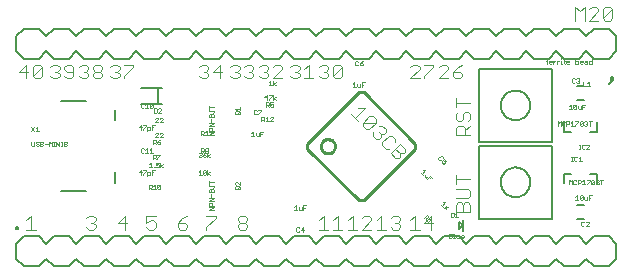
<source format=gto>
G75*
G70*
%OFA0B0*%
%FSLAX24Y24*%
%IPPOS*%
%LPD*%
%AMOC8*
5,1,8,0,0,1.08239X$1,22.5*
%
%ADD10C,0.0040*%
%ADD11C,0.0010*%
%ADD12C,0.0080*%
%ADD13C,0.0060*%
%ADD14C,0.0100*%
%ADD15C,0.0050*%
D10*
X000814Y001401D02*
X001121Y001401D01*
X000967Y001401D02*
X000967Y001862D01*
X000814Y001708D01*
X002814Y001785D02*
X002890Y001862D01*
X003044Y001862D01*
X003121Y001785D01*
X003121Y001708D01*
X003044Y001632D01*
X003121Y001555D01*
X003121Y001478D01*
X003044Y001401D01*
X002890Y001401D01*
X002814Y001478D01*
X002967Y001632D02*
X003044Y001632D01*
X003854Y001632D02*
X004161Y001632D01*
X004084Y001862D02*
X003854Y001632D01*
X004084Y001401D02*
X004084Y001862D01*
X004814Y001862D02*
X004814Y001632D01*
X004967Y001708D01*
X005044Y001708D01*
X005121Y001632D01*
X005121Y001478D01*
X005044Y001401D01*
X004890Y001401D01*
X004814Y001478D01*
X004814Y001862D02*
X005121Y001862D01*
X005854Y001632D02*
X005854Y001478D01*
X005930Y001401D01*
X006084Y001401D01*
X006161Y001478D01*
X006161Y001555D01*
X006084Y001632D01*
X005854Y001632D01*
X006007Y001785D01*
X006161Y001862D01*
X006814Y001862D02*
X007121Y001862D01*
X007121Y001785D01*
X006814Y001478D01*
X006814Y001401D01*
X007854Y001478D02*
X007854Y001555D01*
X007930Y001632D01*
X008084Y001632D01*
X008161Y001555D01*
X008161Y001478D01*
X008084Y001401D01*
X007930Y001401D01*
X007854Y001478D01*
X007930Y001632D02*
X007854Y001708D01*
X007854Y001785D01*
X007930Y001862D01*
X008084Y001862D01*
X008161Y001785D01*
X008161Y001708D01*
X008084Y001632D01*
X010574Y001708D02*
X010727Y001862D01*
X010727Y001401D01*
X010574Y001401D02*
X010881Y001401D01*
X011034Y001401D02*
X011341Y001401D01*
X011187Y001401D02*
X011187Y001862D01*
X011034Y001708D01*
X011534Y001708D02*
X011687Y001862D01*
X011687Y001401D01*
X011534Y001401D02*
X011841Y001401D01*
X011994Y001401D02*
X012301Y001708D01*
X012301Y001785D01*
X012224Y001862D01*
X012071Y001862D01*
X011994Y001785D01*
X012494Y001708D02*
X012647Y001862D01*
X012647Y001401D01*
X012494Y001401D02*
X012801Y001401D01*
X012954Y001478D02*
X013031Y001401D01*
X013184Y001401D01*
X013261Y001478D01*
X013261Y001555D01*
X013184Y001632D01*
X013107Y001632D01*
X013184Y001632D02*
X013261Y001708D01*
X013261Y001785D01*
X013184Y001862D01*
X013031Y001862D01*
X012954Y001785D01*
X013614Y001708D02*
X013767Y001862D01*
X013767Y001401D01*
X013614Y001401D02*
X013921Y001401D01*
X014074Y001632D02*
X014381Y001632D01*
X014304Y001862D02*
X014304Y001401D01*
X014074Y001632D02*
X014304Y001862D01*
X015133Y002001D02*
X015133Y002232D01*
X015210Y002308D01*
X015287Y002308D01*
X015364Y002232D01*
X015364Y002001D01*
X015594Y002001D02*
X015133Y002001D01*
X015594Y002001D02*
X015594Y002232D01*
X015517Y002308D01*
X015440Y002308D01*
X015364Y002232D01*
X015517Y002462D02*
X015133Y002462D01*
X015517Y002462D02*
X015594Y002538D01*
X015594Y002692D01*
X015517Y002769D01*
X015133Y002769D01*
X015133Y002922D02*
X015133Y003229D01*
X015133Y003076D02*
X015594Y003076D01*
X013439Y003994D02*
X013384Y003940D01*
X013276Y003940D01*
X013113Y004103D01*
X013276Y004265D02*
X012950Y003940D01*
X013113Y003777D01*
X013222Y003777D01*
X013276Y003831D01*
X013276Y003940D01*
X013439Y003994D02*
X013439Y004103D01*
X013276Y004265D01*
X013113Y004320D02*
X013113Y004428D01*
X013005Y004537D01*
X012896Y004537D01*
X012679Y004320D01*
X012679Y004211D01*
X012788Y004103D01*
X012896Y004103D01*
X012571Y004428D02*
X012462Y004428D01*
X012354Y004537D01*
X012354Y004645D01*
X012245Y004754D02*
X012137Y004754D01*
X012028Y004862D01*
X012028Y004971D01*
X012462Y004971D01*
X012245Y004754D01*
X012571Y004862D02*
X012679Y004862D01*
X012788Y004754D01*
X012788Y004645D01*
X012733Y004591D01*
X012625Y004591D01*
X012625Y004482D01*
X012571Y004428D01*
X012625Y004591D02*
X012571Y004645D01*
X012462Y004971D02*
X012462Y005079D01*
X012354Y005188D01*
X012245Y005188D01*
X012028Y004971D01*
X011865Y005025D02*
X011648Y005242D01*
X011757Y005134D02*
X012082Y005459D01*
X011865Y005459D01*
X011264Y006441D02*
X011111Y006441D01*
X011034Y006518D01*
X011341Y006825D01*
X011341Y006518D01*
X011264Y006441D01*
X011034Y006518D02*
X011034Y006825D01*
X011111Y006902D01*
X011264Y006902D01*
X011341Y006825D01*
X010881Y006825D02*
X010881Y006748D01*
X010804Y006672D01*
X010881Y006595D01*
X010881Y006518D01*
X010804Y006441D01*
X010650Y006441D01*
X010574Y006518D01*
X010381Y006441D02*
X010074Y006441D01*
X010227Y006441D02*
X010227Y006902D01*
X010074Y006748D01*
X009921Y006748D02*
X009844Y006672D01*
X009921Y006595D01*
X009921Y006518D01*
X009844Y006441D01*
X009690Y006441D01*
X009614Y006518D01*
X009767Y006672D02*
X009844Y006672D01*
X009921Y006748D02*
X009921Y006825D01*
X009844Y006902D01*
X009690Y006902D01*
X009614Y006825D01*
X009341Y006825D02*
X009341Y006748D01*
X009034Y006441D01*
X009341Y006441D01*
X008881Y006518D02*
X008804Y006441D01*
X008650Y006441D01*
X008574Y006518D01*
X008381Y006518D02*
X008304Y006441D01*
X008151Y006441D01*
X008074Y006518D01*
X007921Y006518D02*
X007844Y006441D01*
X007690Y006441D01*
X007614Y006518D01*
X007767Y006672D02*
X007844Y006672D01*
X007921Y006595D01*
X007921Y006518D01*
X007844Y006672D02*
X007921Y006748D01*
X007921Y006825D01*
X007844Y006902D01*
X007690Y006902D01*
X007614Y006825D01*
X007341Y006672D02*
X007034Y006672D01*
X007264Y006902D01*
X007264Y006441D01*
X006881Y006518D02*
X006804Y006441D01*
X006650Y006441D01*
X006574Y006518D01*
X006727Y006672D02*
X006804Y006672D01*
X006881Y006595D01*
X006881Y006518D01*
X006804Y006672D02*
X006881Y006748D01*
X006881Y006825D01*
X006804Y006902D01*
X006650Y006902D01*
X006574Y006825D01*
X008074Y006825D02*
X008151Y006902D01*
X008304Y006902D01*
X008381Y006825D01*
X008381Y006748D01*
X008304Y006672D01*
X008381Y006595D01*
X008381Y006518D01*
X008304Y006672D02*
X008227Y006672D01*
X008574Y006825D02*
X008650Y006902D01*
X008804Y006902D01*
X008881Y006825D01*
X008881Y006748D01*
X008804Y006672D01*
X008881Y006595D01*
X008881Y006518D01*
X008804Y006672D02*
X008727Y006672D01*
X009034Y006825D02*
X009111Y006902D01*
X009264Y006902D01*
X009341Y006825D01*
X010574Y006825D02*
X010650Y006902D01*
X010804Y006902D01*
X010881Y006825D01*
X010804Y006672D02*
X010727Y006672D01*
X013614Y006825D02*
X013690Y006902D01*
X013844Y006902D01*
X013921Y006825D01*
X013921Y006748D01*
X013614Y006441D01*
X013921Y006441D01*
X014074Y006441D02*
X014074Y006518D01*
X014381Y006825D01*
X014381Y006902D01*
X014074Y006902D01*
X014574Y006825D02*
X014650Y006902D01*
X014804Y006902D01*
X014881Y006825D01*
X014881Y006748D01*
X014574Y006441D01*
X014881Y006441D01*
X015034Y006518D02*
X015111Y006441D01*
X015264Y006441D01*
X015341Y006518D01*
X015341Y006595D01*
X015264Y006672D01*
X015034Y006672D01*
X015034Y006518D01*
X015034Y006672D02*
X015187Y006825D01*
X015341Y006902D01*
X015133Y005789D02*
X015133Y005482D01*
X015210Y005329D02*
X015133Y005252D01*
X015133Y005098D01*
X015210Y005022D01*
X015287Y005022D01*
X015364Y005098D01*
X015364Y005252D01*
X015440Y005329D01*
X015517Y005329D01*
X015594Y005252D01*
X015594Y005098D01*
X015517Y005022D01*
X015594Y004868D02*
X015440Y004715D01*
X015440Y004792D02*
X015440Y004561D01*
X015594Y004561D02*
X015133Y004561D01*
X015133Y004792D01*
X015210Y004868D01*
X015364Y004868D01*
X015440Y004792D01*
X015594Y005636D02*
X015133Y005636D01*
X019113Y008371D02*
X019113Y008832D01*
X019266Y008678D01*
X019419Y008832D01*
X019419Y008371D01*
X019573Y008371D02*
X019880Y008678D01*
X019880Y008755D01*
X019803Y008832D01*
X019650Y008832D01*
X019573Y008755D01*
X020033Y008755D02*
X020110Y008832D01*
X020263Y008832D01*
X020340Y008755D01*
X020033Y008448D01*
X020110Y008371D01*
X020263Y008371D01*
X020340Y008448D01*
X020340Y008755D01*
X020033Y008755D02*
X020033Y008448D01*
X019880Y008371D02*
X019573Y008371D01*
X004381Y006902D02*
X004381Y006825D01*
X004074Y006518D01*
X004074Y006441D01*
X003921Y006518D02*
X003844Y006441D01*
X003690Y006441D01*
X003614Y006518D01*
X003767Y006672D02*
X003844Y006672D01*
X003921Y006595D01*
X003921Y006518D01*
X003844Y006672D02*
X003921Y006748D01*
X003921Y006825D01*
X003844Y006902D01*
X003690Y006902D01*
X003614Y006825D01*
X003341Y006825D02*
X003341Y006748D01*
X003264Y006672D01*
X003111Y006672D01*
X003034Y006748D01*
X003034Y006825D01*
X003111Y006902D01*
X003264Y006902D01*
X003341Y006825D01*
X003264Y006672D02*
X003341Y006595D01*
X003341Y006518D01*
X003264Y006441D01*
X003111Y006441D01*
X003034Y006518D01*
X003034Y006595D01*
X003111Y006672D01*
X002881Y006748D02*
X002804Y006672D01*
X002881Y006595D01*
X002881Y006518D01*
X002804Y006441D01*
X002650Y006441D01*
X002574Y006518D01*
X002381Y006518D02*
X002304Y006441D01*
X002151Y006441D01*
X002074Y006518D01*
X001921Y006518D02*
X001844Y006441D01*
X001690Y006441D01*
X001614Y006518D01*
X001767Y006672D02*
X001844Y006672D01*
X001921Y006595D01*
X001921Y006518D01*
X001844Y006672D02*
X001921Y006748D01*
X001921Y006825D01*
X001844Y006902D01*
X001690Y006902D01*
X001614Y006825D01*
X001341Y006825D02*
X001264Y006902D01*
X001111Y006902D01*
X001034Y006825D01*
X001034Y006518D01*
X001341Y006825D01*
X001341Y006518D01*
X001264Y006441D01*
X001111Y006441D01*
X001034Y006518D01*
X000881Y006672D02*
X000574Y006672D01*
X000804Y006902D01*
X000804Y006441D01*
X002074Y006748D02*
X002151Y006672D01*
X002381Y006672D01*
X002381Y006825D02*
X002381Y006518D01*
X002727Y006672D02*
X002804Y006672D01*
X002881Y006748D02*
X002881Y006825D01*
X002804Y006902D01*
X002650Y006902D01*
X002574Y006825D01*
X002381Y006825D02*
X002304Y006902D01*
X002151Y006902D01*
X002074Y006825D01*
X002074Y006748D01*
X004074Y006902D02*
X004381Y006902D01*
X011994Y001401D02*
X012301Y001401D01*
D11*
X014052Y001795D02*
X014158Y001901D01*
X014211Y001848D01*
X014211Y001812D01*
X014176Y001777D01*
X014141Y001777D01*
X014088Y001830D01*
X014123Y001795D02*
X014123Y001724D01*
X014156Y001690D02*
X014227Y001620D01*
X014192Y001655D02*
X014298Y001761D01*
X014227Y001761D01*
X014792Y002080D02*
X014775Y002168D01*
X014863Y002150D01*
X014846Y002239D02*
X014739Y002133D01*
X014706Y002166D02*
X014635Y002237D01*
X014671Y002201D02*
X014777Y002308D01*
X014706Y002308D01*
X014949Y001972D02*
X015024Y001972D01*
X015049Y001946D01*
X015049Y001846D01*
X015024Y001821D01*
X014949Y001821D01*
X014949Y001972D01*
X015096Y001921D02*
X015146Y001972D01*
X015146Y001821D01*
X015096Y001821D02*
X015196Y001821D01*
X015071Y001272D02*
X015071Y001121D01*
X015046Y001121D02*
X015096Y001121D01*
X015144Y001146D02*
X015169Y001121D01*
X015244Y001121D01*
X015244Y001221D01*
X015292Y001196D02*
X015317Y001221D01*
X015367Y001221D01*
X015392Y001196D01*
X015392Y001171D01*
X015292Y001171D01*
X015292Y001146D02*
X015292Y001196D01*
X015292Y001146D02*
X015317Y001121D01*
X015367Y001121D01*
X015144Y001146D02*
X015144Y001221D01*
X015071Y001272D02*
X015046Y001272D01*
X014999Y001246D02*
X014999Y001221D01*
X014974Y001196D01*
X014899Y001196D01*
X014899Y001121D02*
X014899Y001272D01*
X014974Y001272D01*
X014999Y001246D01*
X014974Y001196D02*
X014999Y001171D01*
X014999Y001146D01*
X014974Y001121D01*
X014899Y001121D01*
X018899Y002911D02*
X018899Y003062D01*
X018949Y003011D01*
X018999Y003062D01*
X018999Y002911D01*
X019046Y002936D02*
X019071Y002911D01*
X019121Y002911D01*
X019146Y002936D01*
X019193Y002911D02*
X019193Y003062D01*
X019268Y003062D01*
X019293Y003036D01*
X019293Y002986D01*
X019268Y002961D01*
X019193Y002961D01*
X019146Y003036D02*
X019121Y003062D01*
X019071Y003062D01*
X019046Y003036D01*
X019046Y002936D01*
X019341Y002911D02*
X019441Y002911D01*
X019488Y002911D02*
X019488Y002936D01*
X019588Y003036D01*
X019588Y003062D01*
X019488Y003062D01*
X019391Y003062D02*
X019391Y002911D01*
X019341Y003011D02*
X019391Y003062D01*
X019635Y003036D02*
X019635Y002936D01*
X019735Y003036D01*
X019735Y002936D01*
X019710Y002911D01*
X019660Y002911D01*
X019635Y002936D01*
X019635Y003036D02*
X019660Y003062D01*
X019710Y003062D01*
X019735Y003036D01*
X019783Y003036D02*
X019808Y003062D01*
X019858Y003062D01*
X019883Y003036D01*
X019883Y003011D01*
X019858Y002986D01*
X019883Y002961D01*
X019883Y002936D01*
X019858Y002911D01*
X019808Y002911D01*
X019783Y002936D01*
X019833Y002986D02*
X019858Y002986D01*
X019930Y003062D02*
X020030Y003062D01*
X019980Y003062D02*
X019980Y002911D01*
X019651Y002547D02*
X019551Y002547D01*
X019551Y002396D01*
X019504Y002396D02*
X019504Y002496D01*
X019551Y002471D02*
X019601Y002471D01*
X019504Y002396D02*
X019429Y002396D01*
X019404Y002421D01*
X019404Y002496D01*
X019357Y002521D02*
X019257Y002421D01*
X019282Y002396D01*
X019332Y002396D01*
X019357Y002421D01*
X019357Y002521D01*
X019332Y002547D01*
X019282Y002547D01*
X019257Y002521D01*
X019257Y002421D01*
X019209Y002396D02*
X019109Y002396D01*
X019159Y002396D02*
X019159Y002547D01*
X019109Y002496D01*
X019329Y001672D02*
X019304Y001646D01*
X019304Y001546D01*
X019329Y001521D01*
X019379Y001521D01*
X019404Y001546D01*
X019451Y001521D02*
X019551Y001621D01*
X019551Y001646D01*
X019526Y001672D01*
X019476Y001672D01*
X019451Y001646D01*
X019404Y001646D02*
X019379Y001672D01*
X019329Y001672D01*
X019451Y001521D02*
X019551Y001521D01*
X014756Y003641D02*
X014720Y003606D01*
X014685Y003606D01*
X014649Y003641D01*
X014649Y003677D01*
X014616Y003710D02*
X014581Y003710D01*
X014545Y003746D01*
X014545Y003781D01*
X014616Y003852D01*
X014651Y003852D01*
X014687Y003816D01*
X014687Y003781D01*
X014738Y003765D02*
X014685Y003712D01*
X014738Y003694D01*
X014756Y003677D01*
X014756Y003641D01*
X014809Y003694D02*
X014738Y003765D01*
X014104Y003374D02*
X013997Y003268D01*
X013962Y003304D02*
X014033Y003233D01*
X014084Y003217D02*
X014084Y003182D01*
X014137Y003129D01*
X014208Y003199D01*
X014223Y003148D02*
X014259Y003113D01*
X014276Y003201D02*
X014347Y003131D01*
X014276Y003201D02*
X014170Y003095D01*
X014084Y003217D02*
X014137Y003270D01*
X014104Y003374D02*
X014033Y003374D01*
X010136Y002207D02*
X010036Y002207D01*
X010036Y002056D01*
X009989Y002056D02*
X009989Y002156D01*
X010036Y002131D02*
X010086Y002131D01*
X009989Y002056D02*
X009914Y002056D01*
X009889Y002081D01*
X009889Y002156D01*
X009792Y002207D02*
X009792Y002056D01*
X009742Y002056D02*
X009842Y002056D01*
X009742Y002156D02*
X009792Y002207D01*
X009839Y001482D02*
X009814Y001456D01*
X009814Y001356D01*
X009839Y001331D01*
X009889Y001331D01*
X009914Y001356D01*
X009961Y001406D02*
X010061Y001406D01*
X010036Y001331D02*
X010036Y001482D01*
X009961Y001406D01*
X009914Y001456D02*
X009889Y001482D01*
X009839Y001482D01*
X007929Y002767D02*
X007904Y002742D01*
X007804Y002742D01*
X007779Y002767D01*
X007779Y002817D01*
X007804Y002842D01*
X007904Y002842D01*
X007929Y002817D01*
X007929Y002767D01*
X007879Y002792D02*
X007929Y002842D01*
X007929Y002889D02*
X007829Y002989D01*
X007804Y002989D01*
X007779Y002964D01*
X007779Y002914D01*
X007804Y002889D01*
X007929Y002889D02*
X007929Y002989D01*
X007054Y002989D02*
X006904Y002989D01*
X006904Y002939D02*
X006904Y003039D01*
X006904Y002892D02*
X006904Y002842D01*
X006904Y002867D02*
X007029Y002867D01*
X007054Y002842D01*
X007054Y002817D01*
X007029Y002792D01*
X007029Y002745D02*
X007054Y002719D01*
X007054Y002644D01*
X006904Y002644D01*
X006904Y002719D01*
X006929Y002745D01*
X006954Y002745D01*
X006979Y002719D01*
X006979Y002644D01*
X006979Y002597D02*
X006979Y002497D01*
X007054Y002450D02*
X006904Y002450D01*
X006904Y002350D02*
X007054Y002450D01*
X007054Y002350D02*
X006904Y002350D01*
X006929Y002303D02*
X006979Y002303D01*
X007004Y002278D01*
X007004Y002202D01*
X007054Y002202D02*
X006904Y002202D01*
X006904Y002278D01*
X006929Y002303D01*
X006904Y002155D02*
X007054Y002155D01*
X006904Y002055D01*
X007054Y002055D01*
X006979Y002719D02*
X007004Y002745D01*
X007029Y002745D01*
X006923Y003236D02*
X006848Y003286D01*
X006923Y003336D01*
X006848Y003387D02*
X006848Y003236D01*
X006801Y003261D02*
X006776Y003236D01*
X006726Y003236D01*
X006701Y003261D01*
X006801Y003361D01*
X006801Y003261D01*
X006701Y003261D02*
X006701Y003361D01*
X006726Y003387D01*
X006776Y003387D01*
X006801Y003361D01*
X006654Y003236D02*
X006554Y003236D01*
X006604Y003236D02*
X006604Y003387D01*
X006554Y003336D01*
X006579Y003816D02*
X006554Y003841D01*
X006579Y003816D02*
X006629Y003816D01*
X006654Y003841D01*
X006654Y003866D01*
X006629Y003891D01*
X006604Y003891D01*
X006629Y003891D02*
X006654Y003916D01*
X006654Y003941D01*
X006629Y003967D01*
X006579Y003967D01*
X006554Y003941D01*
X006629Y003961D02*
X006629Y004112D01*
X006704Y004112D01*
X006729Y004086D01*
X006729Y004036D01*
X006704Y004011D01*
X006629Y004011D01*
X006679Y004011D02*
X006729Y003961D01*
X006751Y003941D02*
X006701Y003891D01*
X006776Y003891D01*
X006801Y003866D01*
X006801Y003841D01*
X006776Y003816D01*
X006726Y003816D01*
X006701Y003841D01*
X006701Y003891D01*
X006751Y003941D02*
X006801Y003967D01*
X006801Y003961D02*
X006776Y003986D01*
X006776Y004011D01*
X006801Y004036D01*
X006851Y004036D01*
X006876Y004011D01*
X006876Y003986D01*
X006851Y003961D01*
X006801Y003961D01*
X006848Y003967D02*
X006848Y003816D01*
X006848Y003866D02*
X006923Y003916D01*
X006848Y003866D02*
X006923Y003816D01*
X006851Y004036D02*
X006876Y004061D01*
X006876Y004086D01*
X006851Y004112D01*
X006801Y004112D01*
X006776Y004086D01*
X006776Y004061D01*
X006801Y004036D01*
X006776Y004541D02*
X006876Y004541D01*
X006904Y004555D02*
X007054Y004655D01*
X006904Y004655D01*
X006923Y004641D02*
X006973Y004692D01*
X006973Y004541D01*
X006923Y004541D02*
X007023Y004541D01*
X007054Y004555D02*
X006904Y004555D01*
X006826Y004541D02*
X006826Y004692D01*
X006776Y004641D01*
X006729Y004616D02*
X006704Y004591D01*
X006629Y004591D01*
X006629Y004541D02*
X006629Y004692D01*
X006704Y004692D01*
X006729Y004666D01*
X006729Y004616D01*
X006679Y004591D02*
X006729Y004541D01*
X006904Y004702D02*
X006904Y004778D01*
X006929Y004803D01*
X006979Y004803D01*
X007004Y004778D01*
X007004Y004702D01*
X007054Y004702D02*
X006904Y004702D01*
X006904Y004850D02*
X007054Y004950D01*
X006904Y004950D01*
X006979Y004997D02*
X006979Y005097D01*
X006979Y005144D02*
X006979Y005219D01*
X007004Y005245D01*
X007029Y005245D01*
X007054Y005219D01*
X007054Y005144D01*
X006904Y005144D01*
X006904Y005219D01*
X006929Y005245D01*
X006954Y005245D01*
X006979Y005219D01*
X007029Y005292D02*
X007054Y005317D01*
X007054Y005342D01*
X007029Y005367D01*
X006904Y005367D01*
X006904Y005342D02*
X006904Y005392D01*
X006904Y005439D02*
X006904Y005539D01*
X006904Y005489D02*
X007054Y005489D01*
X007779Y005439D02*
X007829Y005389D01*
X007804Y005342D02*
X007904Y005342D01*
X007929Y005317D01*
X007929Y005267D01*
X007904Y005242D01*
X007804Y005242D01*
X007779Y005267D01*
X007779Y005317D01*
X007804Y005342D01*
X007879Y005292D02*
X007929Y005342D01*
X007929Y005389D02*
X007929Y005489D01*
X007929Y005439D02*
X007779Y005439D01*
X008389Y005366D02*
X008389Y005266D01*
X008414Y005241D01*
X008464Y005241D01*
X008489Y005266D01*
X008536Y005266D02*
X008636Y005366D01*
X008636Y005392D01*
X008536Y005392D01*
X008489Y005366D02*
X008464Y005392D01*
X008414Y005392D01*
X008389Y005366D01*
X008536Y005266D02*
X008536Y005241D01*
X008647Y005162D02*
X008722Y005162D01*
X008747Y005136D01*
X008747Y005086D01*
X008722Y005061D01*
X008647Y005061D01*
X008647Y005011D02*
X008647Y005162D01*
X008697Y005061D02*
X008747Y005011D01*
X008794Y005011D02*
X008894Y005011D01*
X008941Y005011D02*
X009041Y005111D01*
X009041Y005136D01*
X009016Y005162D01*
X008966Y005162D01*
X008941Y005136D01*
X008844Y005162D02*
X008844Y005011D01*
X008941Y005011D02*
X009041Y005011D01*
X008844Y005162D02*
X008794Y005111D01*
X008794Y005491D02*
X008794Y005642D01*
X008869Y005642D01*
X008894Y005616D01*
X008894Y005566D01*
X008869Y005541D01*
X008794Y005541D01*
X008844Y005541D02*
X008894Y005491D01*
X008941Y005516D02*
X008966Y005491D01*
X009016Y005491D01*
X009041Y005516D01*
X009041Y005566D01*
X009016Y005591D01*
X008991Y005591D01*
X008941Y005566D01*
X008941Y005642D01*
X009041Y005642D01*
X009041Y005736D02*
X009041Y005887D01*
X008994Y005887D02*
X008994Y005861D01*
X008894Y005761D01*
X008894Y005736D01*
X008821Y005736D02*
X008821Y005887D01*
X008746Y005811D01*
X008846Y005811D01*
X008894Y005887D02*
X008994Y005887D01*
X009041Y005786D02*
X009116Y005836D01*
X009041Y005786D02*
X009116Y005736D01*
X009116Y006216D02*
X009041Y006266D01*
X009116Y006316D01*
X009041Y006367D02*
X009041Y006216D01*
X008994Y006216D02*
X008894Y006216D01*
X008944Y006216D02*
X008944Y006367D01*
X008894Y006316D01*
X011694Y006256D02*
X011744Y006307D01*
X011744Y006156D01*
X011694Y006156D02*
X011794Y006156D01*
X011841Y006181D02*
X011866Y006156D01*
X011941Y006156D01*
X011941Y006256D01*
X011988Y006231D02*
X012038Y006231D01*
X011988Y006156D02*
X011988Y006307D01*
X012088Y006307D01*
X011841Y006256D02*
X011841Y006181D01*
X011844Y006881D02*
X011869Y006906D01*
X011844Y006881D02*
X011794Y006881D01*
X011769Y006906D01*
X011769Y007006D01*
X011794Y007032D01*
X011844Y007032D01*
X011869Y007006D01*
X011916Y006956D02*
X011966Y007006D01*
X012016Y007032D01*
X011991Y006956D02*
X011916Y006956D01*
X011916Y006906D01*
X011941Y006881D01*
X011991Y006881D01*
X012016Y006906D01*
X012016Y006931D01*
X011991Y006956D01*
X007054Y004850D02*
X006904Y004850D01*
X008314Y004616D02*
X008364Y004667D01*
X008364Y004516D01*
X008314Y004516D02*
X008414Y004516D01*
X008461Y004541D02*
X008486Y004516D01*
X008561Y004516D01*
X008561Y004616D01*
X008608Y004591D02*
X008658Y004591D01*
X008608Y004516D02*
X008608Y004667D01*
X008708Y004667D01*
X008461Y004616D02*
X008461Y004541D01*
X005356Y004576D02*
X005256Y004476D01*
X005356Y004476D01*
X005356Y004576D02*
X005356Y004601D01*
X005331Y004627D01*
X005281Y004627D01*
X005256Y004601D01*
X005209Y004601D02*
X005184Y004627D01*
X005134Y004627D01*
X005109Y004601D01*
X005209Y004601D02*
X005209Y004576D01*
X005109Y004476D01*
X005209Y004476D01*
X005231Y004376D02*
X005281Y004402D01*
X005231Y004376D02*
X005181Y004326D01*
X005256Y004326D01*
X005281Y004301D01*
X005281Y004276D01*
X005256Y004251D01*
X005206Y004251D01*
X005181Y004276D01*
X005181Y004326D01*
X005134Y004326D02*
X005109Y004301D01*
X005034Y004301D01*
X005034Y004251D02*
X005034Y004402D01*
X005109Y004402D01*
X005134Y004376D01*
X005134Y004326D01*
X005084Y004301D02*
X005134Y004251D01*
X004973Y004112D02*
X004973Y003961D01*
X004923Y003961D02*
X005023Y003961D01*
X005034Y003902D02*
X005109Y003902D01*
X005134Y003876D01*
X005134Y003826D01*
X005109Y003801D01*
X005034Y003801D01*
X005034Y003751D02*
X005034Y003902D01*
X005084Y003801D02*
X005134Y003751D01*
X005181Y003751D02*
X005181Y003776D01*
X005281Y003876D01*
X005281Y003902D01*
X005181Y003902D01*
X004876Y003961D02*
X004776Y003961D01*
X004826Y003961D02*
X004826Y004112D01*
X004776Y004061D01*
X004729Y004086D02*
X004704Y004112D01*
X004654Y004112D01*
X004629Y004086D01*
X004629Y003986D01*
X004654Y003961D01*
X004704Y003961D01*
X004729Y003986D01*
X004923Y004061D02*
X004973Y004112D01*
X004963Y003627D02*
X004963Y003476D01*
X004913Y003476D02*
X005013Y003476D01*
X005060Y003476D02*
X005085Y003476D01*
X005085Y003501D01*
X005060Y003501D01*
X005060Y003476D01*
X005134Y003501D02*
X005159Y003476D01*
X005209Y003476D01*
X005234Y003501D01*
X005234Y003551D01*
X005209Y003576D01*
X005184Y003576D01*
X005134Y003551D01*
X005134Y003627D01*
X005234Y003627D01*
X005281Y003627D02*
X005281Y003476D01*
X005281Y003526D02*
X005356Y003476D01*
X005281Y003526D02*
X005356Y003576D01*
X004963Y003627D02*
X004913Y003576D01*
X004996Y003387D02*
X005096Y003387D01*
X005046Y003311D02*
X004996Y003311D01*
X004948Y003311D02*
X004948Y003261D01*
X004923Y003236D01*
X004848Y003236D01*
X004848Y003186D02*
X004848Y003336D01*
X004923Y003336D01*
X004948Y003311D01*
X004996Y003236D02*
X004996Y003387D01*
X004801Y003387D02*
X004801Y003361D01*
X004701Y003261D01*
X004701Y003236D01*
X004629Y003236D02*
X004629Y003387D01*
X004554Y003311D01*
X004654Y003311D01*
X004701Y003387D02*
X004801Y003387D01*
X004887Y002902D02*
X004962Y002902D01*
X004987Y002876D01*
X004987Y002826D01*
X004962Y002801D01*
X004887Y002801D01*
X004887Y002751D02*
X004887Y002902D01*
X004937Y002801D02*
X004987Y002751D01*
X005034Y002751D02*
X005134Y002751D01*
X005084Y002751D02*
X005084Y002902D01*
X005034Y002851D01*
X005181Y002876D02*
X005206Y002902D01*
X005256Y002902D01*
X005281Y002876D01*
X005181Y002776D01*
X005206Y002751D01*
X005256Y002751D01*
X005281Y002776D01*
X005281Y002876D01*
X005181Y002876D02*
X005181Y002776D01*
X002159Y004211D02*
X002134Y004186D01*
X002059Y004186D01*
X002059Y004337D01*
X002134Y004337D01*
X002159Y004311D01*
X002159Y004286D01*
X002134Y004261D01*
X002059Y004261D01*
X002134Y004261D02*
X002159Y004236D01*
X002159Y004211D01*
X002011Y004186D02*
X001961Y004186D01*
X001986Y004186D02*
X001986Y004337D01*
X001961Y004337D02*
X002011Y004337D01*
X001914Y004337D02*
X001914Y004186D01*
X001814Y004337D01*
X001814Y004186D01*
X001765Y004186D02*
X001715Y004186D01*
X001740Y004186D02*
X001740Y004337D01*
X001715Y004337D02*
X001765Y004337D01*
X001668Y004337D02*
X001668Y004186D01*
X001568Y004186D02*
X001568Y004337D01*
X001618Y004286D01*
X001668Y004337D01*
X001521Y004261D02*
X001421Y004261D01*
X001373Y004236D02*
X001373Y004211D01*
X001348Y004186D01*
X001273Y004186D01*
X001273Y004337D01*
X001348Y004337D01*
X001373Y004311D01*
X001373Y004286D01*
X001348Y004261D01*
X001273Y004261D01*
X001226Y004236D02*
X001226Y004211D01*
X001201Y004186D01*
X001151Y004186D01*
X001126Y004211D01*
X001079Y004211D02*
X001079Y004337D01*
X001126Y004311D02*
X001126Y004286D01*
X001151Y004261D01*
X001201Y004261D01*
X001226Y004236D01*
X001226Y004311D02*
X001201Y004337D01*
X001151Y004337D01*
X001126Y004311D01*
X000979Y004337D02*
X000979Y004211D01*
X001004Y004186D01*
X001054Y004186D01*
X001079Y004211D01*
X001348Y004261D02*
X001373Y004236D01*
X001226Y004686D02*
X001126Y004686D01*
X001079Y004686D02*
X000979Y004837D01*
X001079Y004837D02*
X000979Y004686D01*
X001126Y004786D02*
X001176Y004837D01*
X001176Y004686D01*
X004554Y004811D02*
X004654Y004811D01*
X004701Y004761D02*
X004701Y004736D01*
X004701Y004761D02*
X004801Y004861D01*
X004801Y004887D01*
X004701Y004887D01*
X004629Y004887D02*
X004554Y004811D01*
X004629Y004736D02*
X004629Y004887D01*
X004848Y004836D02*
X004923Y004836D01*
X004948Y004811D01*
X004948Y004761D01*
X004923Y004736D01*
X004848Y004736D01*
X004848Y004686D02*
X004848Y004836D01*
X004996Y004811D02*
X005046Y004811D01*
X004996Y004736D02*
X004996Y004887D01*
X005096Y004887D01*
X005109Y004976D02*
X005209Y005076D01*
X005209Y005101D01*
X005184Y005127D01*
X005134Y005127D01*
X005109Y005101D01*
X005109Y004976D02*
X005209Y004976D01*
X005256Y004976D02*
X005356Y005076D01*
X005356Y005101D01*
X005331Y005127D01*
X005281Y005127D01*
X005256Y005101D01*
X005256Y004976D02*
X005356Y004976D01*
X005301Y005306D02*
X005201Y005306D01*
X005301Y005406D01*
X005301Y005431D01*
X005276Y005457D01*
X005226Y005457D01*
X005201Y005431D01*
X005154Y005431D02*
X005129Y005457D01*
X005054Y005457D01*
X005054Y005306D01*
X005129Y005306D01*
X005154Y005331D01*
X005154Y005431D01*
X005023Y005486D02*
X004998Y005461D01*
X004948Y005461D01*
X004923Y005486D01*
X005023Y005586D01*
X005023Y005486D01*
X004923Y005486D02*
X004923Y005586D01*
X004948Y005612D01*
X004998Y005612D01*
X005023Y005586D01*
X004876Y005461D02*
X004776Y005461D01*
X004826Y005461D02*
X004826Y005612D01*
X004776Y005561D01*
X004729Y005586D02*
X004704Y005612D01*
X004654Y005612D01*
X004629Y005586D01*
X004629Y005486D01*
X004654Y005461D01*
X004704Y005461D01*
X004729Y005486D01*
X018127Y007011D02*
X018177Y007011D01*
X018225Y007011D02*
X018250Y007036D01*
X018300Y007036D01*
X018326Y007011D01*
X018326Y006986D01*
X018225Y006986D01*
X018225Y006961D02*
X018225Y007011D01*
X018225Y006961D02*
X018250Y006936D01*
X018300Y006936D01*
X018373Y006936D02*
X018373Y007036D01*
X018373Y006986D02*
X018423Y007036D01*
X018448Y007036D01*
X018496Y007036D02*
X018496Y006936D01*
X018496Y006986D02*
X018546Y007036D01*
X018571Y007036D01*
X018618Y007036D02*
X018643Y007036D01*
X018643Y006936D01*
X018618Y006936D02*
X018668Y006936D01*
X018741Y006961D02*
X018766Y006936D01*
X018741Y006961D02*
X018741Y007061D01*
X018716Y007036D02*
X018766Y007036D01*
X018815Y007011D02*
X018840Y007036D01*
X018890Y007036D01*
X018915Y007011D01*
X018915Y006986D01*
X018815Y006986D01*
X018815Y006961D02*
X018815Y007011D01*
X018815Y006961D02*
X018840Y006936D01*
X018890Y006936D01*
X019109Y006936D02*
X019184Y006936D01*
X019209Y006961D01*
X019209Y007011D01*
X019184Y007036D01*
X019109Y007036D01*
X019109Y007087D02*
X019109Y006936D01*
X019257Y006961D02*
X019257Y007011D01*
X019282Y007036D01*
X019332Y007036D01*
X019357Y007011D01*
X019357Y006986D01*
X019257Y006986D01*
X019257Y006961D02*
X019282Y006936D01*
X019332Y006936D01*
X019404Y006961D02*
X019429Y006986D01*
X019504Y006986D01*
X019504Y007011D02*
X019504Y006936D01*
X019429Y006936D01*
X019404Y006961D01*
X019429Y007036D02*
X019479Y007036D01*
X019504Y007011D01*
X019551Y007011D02*
X019576Y007036D01*
X019651Y007036D01*
X019651Y007087D02*
X019651Y006936D01*
X019576Y006936D01*
X019551Y006961D01*
X019551Y007011D01*
X018643Y007087D02*
X018643Y007112D01*
X018177Y007087D02*
X018152Y007061D01*
X018152Y006936D01*
X018999Y006416D02*
X018999Y006316D01*
X019024Y006291D01*
X019074Y006291D01*
X019099Y006316D01*
X019146Y006316D02*
X019171Y006291D01*
X019221Y006291D01*
X019246Y006316D01*
X019246Y006341D01*
X019221Y006366D01*
X019196Y006366D01*
X019221Y006366D02*
X019246Y006391D01*
X019246Y006416D01*
X019221Y006442D01*
X019171Y006442D01*
X019146Y006416D01*
X019099Y006416D02*
X019074Y006442D01*
X019024Y006442D01*
X018999Y006416D01*
X019354Y006337D02*
X019354Y006186D01*
X019454Y006186D01*
X019501Y006186D02*
X019601Y006186D01*
X019551Y006186D02*
X019551Y006337D01*
X019501Y006286D01*
X019441Y005567D02*
X019341Y005567D01*
X019341Y005416D01*
X019293Y005416D02*
X019293Y005516D01*
X019341Y005491D02*
X019391Y005491D01*
X019293Y005416D02*
X019218Y005416D01*
X019193Y005441D01*
X019193Y005516D01*
X019146Y005541D02*
X019046Y005441D01*
X019071Y005416D01*
X019121Y005416D01*
X019146Y005441D01*
X019146Y005541D01*
X019121Y005567D01*
X019071Y005567D01*
X019046Y005541D01*
X019046Y005441D01*
X018999Y005416D02*
X018899Y005416D01*
X018949Y005416D02*
X018949Y005567D01*
X018899Y005516D01*
X018890Y005012D02*
X018915Y004986D01*
X018915Y004936D01*
X018890Y004911D01*
X018815Y004911D01*
X018815Y004861D02*
X018815Y005012D01*
X018890Y005012D01*
X018962Y004961D02*
X019012Y005012D01*
X019012Y004861D01*
X018962Y004861D02*
X019062Y004861D01*
X019109Y004861D02*
X019109Y004886D01*
X019209Y004986D01*
X019209Y005012D01*
X019109Y005012D01*
X019257Y004986D02*
X019257Y004886D01*
X019357Y004986D01*
X019357Y004886D01*
X019332Y004861D01*
X019282Y004861D01*
X019257Y004886D01*
X019257Y004986D02*
X019282Y005012D01*
X019332Y005012D01*
X019357Y004986D01*
X019404Y004986D02*
X019429Y005012D01*
X019479Y005012D01*
X019504Y004986D01*
X019504Y004961D01*
X019479Y004936D01*
X019504Y004911D01*
X019504Y004886D01*
X019479Y004861D01*
X019429Y004861D01*
X019404Y004886D01*
X019454Y004936D02*
X019479Y004936D01*
X019551Y005012D02*
X019651Y005012D01*
X019601Y005012D02*
X019601Y004861D01*
X018768Y004886D02*
X018742Y004861D01*
X018692Y004861D01*
X018667Y004886D01*
X018667Y004986D01*
X018692Y005012D01*
X018742Y005012D01*
X018768Y004986D01*
X018620Y005012D02*
X018620Y004861D01*
X018520Y004861D02*
X018520Y005012D01*
X018570Y004961D01*
X018620Y005012D01*
X019231Y004237D02*
X019281Y004237D01*
X019256Y004237D02*
X019256Y004086D01*
X019231Y004086D02*
X019281Y004086D01*
X019329Y004111D02*
X019354Y004086D01*
X019404Y004086D01*
X019429Y004111D01*
X019476Y004086D02*
X019576Y004186D01*
X019576Y004211D01*
X019551Y004237D01*
X019501Y004237D01*
X019476Y004211D01*
X019429Y004211D02*
X019404Y004237D01*
X019354Y004237D01*
X019329Y004211D01*
X019329Y004111D01*
X019476Y004086D02*
X019576Y004086D01*
X019269Y003837D02*
X019269Y003686D01*
X019219Y003686D02*
X019319Y003686D01*
X019219Y003786D02*
X019269Y003837D01*
X019172Y003811D02*
X019147Y003837D01*
X019097Y003837D01*
X019072Y003811D01*
X019072Y003711D01*
X019097Y003686D01*
X019147Y003686D01*
X019172Y003711D01*
X019024Y003686D02*
X018974Y003686D01*
X018999Y003686D02*
X018999Y003837D01*
X018974Y003837D02*
X019024Y003837D01*
D12*
X000724Y000181D02*
X000474Y000431D01*
X000474Y000931D01*
X000724Y001181D01*
X001224Y001181D01*
X001474Y000931D01*
X001724Y001181D01*
X002224Y001181D01*
X002474Y000931D01*
X002724Y001181D01*
X003224Y001181D01*
X003474Y000931D01*
X003724Y001181D01*
X004224Y001181D01*
X004474Y000931D01*
X004724Y001181D01*
X005224Y001181D01*
X005474Y000931D01*
X005724Y001181D01*
X006224Y001181D01*
X006474Y000931D01*
X006724Y001181D01*
X007224Y001181D01*
X007474Y000931D01*
X007724Y001181D01*
X008224Y001181D01*
X008474Y000931D01*
X008724Y001181D01*
X009224Y001181D01*
X009474Y000931D01*
X009724Y001181D01*
X010224Y001181D01*
X010474Y000931D01*
X010724Y001181D01*
X011224Y001181D01*
X011474Y000931D01*
X011724Y001181D01*
X012224Y001181D01*
X012474Y000931D01*
X012724Y001181D01*
X013224Y001181D01*
X013474Y000931D01*
X013724Y001181D01*
X014224Y001181D01*
X014474Y000931D01*
X014724Y001181D01*
X015224Y001181D01*
X015474Y000931D01*
X015724Y001181D01*
X016224Y001181D01*
X016474Y000931D01*
X016724Y001181D01*
X017224Y001181D01*
X017474Y000931D01*
X017724Y001181D01*
X018224Y001181D01*
X018474Y000931D01*
X018724Y001181D01*
X019224Y001181D01*
X019474Y000931D01*
X019724Y001181D01*
X020224Y001181D01*
X020474Y000931D01*
X020474Y000431D01*
X020224Y000181D01*
X019724Y000181D01*
X019474Y000431D01*
X019224Y000181D01*
X018724Y000181D01*
X018474Y000431D01*
X018224Y000181D01*
X017724Y000181D01*
X017474Y000431D01*
X017224Y000181D01*
X016724Y000181D01*
X016474Y000431D01*
X016224Y000181D01*
X015724Y000181D01*
X015474Y000431D01*
X015224Y000181D01*
X014724Y000181D01*
X014474Y000431D01*
X014224Y000181D01*
X013724Y000181D01*
X013474Y000431D01*
X013224Y000181D01*
X012724Y000181D01*
X012474Y000431D01*
X012224Y000181D01*
X011724Y000181D01*
X011474Y000431D01*
X011224Y000181D01*
X010724Y000181D01*
X010474Y000431D01*
X010224Y000181D01*
X009724Y000181D01*
X009474Y000431D01*
X009224Y000181D01*
X008724Y000181D01*
X008474Y000431D01*
X008224Y000181D01*
X007724Y000181D01*
X007474Y000431D01*
X007224Y000181D01*
X006724Y000181D01*
X006474Y000431D01*
X006224Y000181D01*
X005724Y000181D01*
X005474Y000431D01*
X005224Y000181D01*
X004724Y000181D01*
X004474Y000431D01*
X004224Y000181D01*
X003724Y000181D01*
X003474Y000431D01*
X003224Y000181D01*
X002724Y000181D01*
X002474Y000431D01*
X002224Y000181D01*
X001724Y000181D01*
X001474Y000431D01*
X001224Y000181D01*
X000724Y000181D01*
X001962Y002685D02*
X002789Y002685D01*
X003773Y002961D02*
X003773Y003315D01*
X003773Y005048D02*
X003773Y005402D01*
X004639Y005606D02*
X005191Y005606D01*
X005191Y006117D01*
X004639Y006117D01*
X005191Y006117D02*
X005348Y006117D01*
X005348Y005606D02*
X005191Y005606D01*
X002789Y005677D02*
X001962Y005677D01*
X001724Y007101D02*
X001474Y007351D01*
X001224Y007101D01*
X000724Y007101D01*
X000474Y007351D01*
X000474Y007851D01*
X000724Y008101D01*
X001224Y008101D01*
X001474Y007851D01*
X001724Y008101D01*
X002224Y008101D01*
X002474Y007851D01*
X002724Y008101D01*
X003224Y008101D01*
X003474Y007851D01*
X003724Y008101D01*
X004224Y008101D01*
X004474Y007851D01*
X004724Y008101D01*
X005224Y008101D01*
X005474Y007851D01*
X005724Y008101D01*
X006224Y008101D01*
X006474Y007851D01*
X006724Y008101D01*
X007224Y008101D01*
X007474Y007851D01*
X007724Y008101D01*
X008224Y008101D01*
X008474Y007851D01*
X008724Y008101D01*
X009224Y008101D01*
X009474Y007851D01*
X009724Y008101D01*
X010224Y008101D01*
X010474Y007851D01*
X010724Y008101D01*
X011224Y008101D01*
X011474Y007851D01*
X011724Y008101D01*
X012224Y008101D01*
X012474Y007851D01*
X012724Y008101D01*
X013224Y008101D01*
X013474Y007851D01*
X013724Y008101D01*
X014224Y008101D01*
X014474Y007851D01*
X014724Y008101D01*
X015224Y008101D01*
X015474Y007851D01*
X015724Y008101D01*
X016224Y008101D01*
X016474Y007851D01*
X016724Y008101D01*
X017224Y008101D01*
X017474Y007851D01*
X017724Y008101D01*
X018224Y008101D01*
X018474Y007851D01*
X018724Y008101D01*
X019224Y008101D01*
X019474Y007851D01*
X019724Y008101D01*
X020224Y008101D01*
X020474Y007851D01*
X020474Y007351D01*
X020224Y007101D01*
X019724Y007101D01*
X019474Y007351D01*
X019224Y007101D01*
X018724Y007101D01*
X018474Y007351D01*
X018224Y007101D01*
X017724Y007101D01*
X017474Y007351D01*
X017224Y007101D01*
X016724Y007101D01*
X016474Y007351D01*
X016224Y007101D01*
X015724Y007101D01*
X015474Y007351D01*
X015224Y007101D01*
X014724Y007101D01*
X014474Y007351D01*
X014224Y007101D01*
X013724Y007101D01*
X013474Y007351D01*
X013224Y007101D01*
X012724Y007101D01*
X012474Y007351D01*
X012224Y007101D01*
X011724Y007101D01*
X011474Y007351D01*
X011224Y007101D01*
X010724Y007101D01*
X010474Y007351D01*
X010224Y007101D01*
X009724Y007101D01*
X009474Y007351D01*
X009224Y007101D01*
X008724Y007101D01*
X008474Y007351D01*
X008224Y007101D01*
X007724Y007101D01*
X007474Y007351D01*
X007224Y007101D01*
X006724Y007101D01*
X006474Y007351D01*
X006224Y007101D01*
X005724Y007101D01*
X005474Y007351D01*
X005224Y007101D01*
X004724Y007101D01*
X004474Y007351D01*
X004224Y007101D01*
X003724Y007101D01*
X003474Y007351D01*
X003224Y007101D01*
X002724Y007101D01*
X002474Y007351D01*
X002224Y007101D01*
X001724Y007101D01*
X015239Y001667D02*
X015239Y001419D01*
X015361Y001541D01*
X015361Y001723D01*
X015239Y001667D02*
X015365Y001541D01*
X015361Y001541D02*
X015361Y001360D01*
X015893Y001761D02*
X018334Y001761D01*
X018334Y004202D01*
X015893Y004202D01*
X015893Y001761D01*
X016622Y002981D02*
X016624Y003025D01*
X016630Y003069D01*
X016640Y003112D01*
X016653Y003154D01*
X016671Y003194D01*
X016692Y003233D01*
X016716Y003270D01*
X016743Y003305D01*
X016774Y003337D01*
X016807Y003366D01*
X016843Y003392D01*
X016881Y003414D01*
X016921Y003433D01*
X016962Y003449D01*
X017005Y003461D01*
X017048Y003469D01*
X017092Y003473D01*
X017136Y003473D01*
X017180Y003469D01*
X017223Y003461D01*
X017266Y003449D01*
X017307Y003433D01*
X017347Y003414D01*
X017385Y003392D01*
X017421Y003366D01*
X017454Y003337D01*
X017485Y003305D01*
X017512Y003270D01*
X017536Y003233D01*
X017557Y003194D01*
X017575Y003154D01*
X017588Y003112D01*
X017598Y003069D01*
X017604Y003025D01*
X017606Y002981D01*
X017604Y002937D01*
X017598Y002893D01*
X017588Y002850D01*
X017575Y002808D01*
X017557Y002768D01*
X017536Y002729D01*
X017512Y002692D01*
X017485Y002657D01*
X017454Y002625D01*
X017421Y002596D01*
X017385Y002570D01*
X017347Y002548D01*
X017307Y002529D01*
X017266Y002513D01*
X017223Y002501D01*
X017180Y002493D01*
X017136Y002489D01*
X017092Y002489D01*
X017048Y002493D01*
X017005Y002501D01*
X016962Y002513D01*
X016921Y002529D01*
X016881Y002548D01*
X016843Y002570D01*
X016807Y002596D01*
X016774Y002625D01*
X016743Y002657D01*
X016716Y002692D01*
X016692Y002729D01*
X016671Y002768D01*
X016653Y002808D01*
X016640Y002850D01*
X016630Y002893D01*
X016624Y002937D01*
X016622Y002981D01*
X018743Y002942D02*
X018743Y003257D01*
X018979Y003257D01*
X019609Y003257D02*
X019845Y003257D01*
X019845Y002942D01*
X018334Y004321D02*
X015893Y004321D01*
X015893Y006762D01*
X018334Y006762D01*
X018334Y004321D01*
X018743Y004666D02*
X018743Y004981D01*
X018743Y004666D02*
X018979Y004666D01*
X019609Y004666D02*
X019845Y004666D01*
X019845Y004981D01*
X016622Y005541D02*
X016624Y005585D01*
X016630Y005629D01*
X016640Y005672D01*
X016653Y005714D01*
X016671Y005754D01*
X016692Y005793D01*
X016716Y005830D01*
X016743Y005865D01*
X016774Y005897D01*
X016807Y005926D01*
X016843Y005952D01*
X016881Y005974D01*
X016921Y005993D01*
X016962Y006009D01*
X017005Y006021D01*
X017048Y006029D01*
X017092Y006033D01*
X017136Y006033D01*
X017180Y006029D01*
X017223Y006021D01*
X017266Y006009D01*
X017307Y005993D01*
X017347Y005974D01*
X017385Y005952D01*
X017421Y005926D01*
X017454Y005897D01*
X017485Y005865D01*
X017512Y005830D01*
X017536Y005793D01*
X017557Y005754D01*
X017575Y005714D01*
X017588Y005672D01*
X017598Y005629D01*
X017604Y005585D01*
X017606Y005541D01*
X017604Y005497D01*
X017598Y005453D01*
X017588Y005410D01*
X017575Y005368D01*
X017557Y005328D01*
X017536Y005289D01*
X017512Y005252D01*
X017485Y005217D01*
X017454Y005185D01*
X017421Y005156D01*
X017385Y005130D01*
X017347Y005108D01*
X017307Y005089D01*
X017266Y005073D01*
X017223Y005061D01*
X017180Y005053D01*
X017136Y005049D01*
X017092Y005049D01*
X017048Y005053D01*
X017005Y005061D01*
X016962Y005073D01*
X016921Y005089D01*
X016881Y005108D01*
X016843Y005130D01*
X016807Y005156D01*
X016774Y005185D01*
X016743Y005217D01*
X016716Y005252D01*
X016692Y005289D01*
X016671Y005328D01*
X016653Y005368D01*
X016640Y005410D01*
X016630Y005453D01*
X016624Y005497D01*
X016622Y005541D01*
D13*
X019176Y005725D02*
X019412Y005725D01*
X019412Y006198D02*
X019176Y006198D01*
X019176Y002238D02*
X019412Y002238D01*
X019412Y001765D02*
X019176Y001765D01*
D14*
X013776Y004105D02*
X012050Y002379D01*
X011897Y002379D01*
X010171Y004105D01*
X010171Y004258D01*
X011897Y005984D01*
X012050Y005984D01*
X013776Y004258D01*
X013776Y004105D01*
X010624Y004181D02*
X010626Y004211D01*
X010632Y004241D01*
X010641Y004270D01*
X010654Y004297D01*
X010671Y004322D01*
X010690Y004345D01*
X010713Y004366D01*
X010738Y004383D01*
X010764Y004397D01*
X010793Y004407D01*
X010822Y004414D01*
X010852Y004417D01*
X010883Y004416D01*
X010913Y004411D01*
X010942Y004402D01*
X010969Y004390D01*
X010995Y004375D01*
X011019Y004356D01*
X011040Y004334D01*
X011058Y004310D01*
X011073Y004283D01*
X011084Y004255D01*
X011092Y004226D01*
X011096Y004196D01*
X011096Y004166D01*
X011092Y004136D01*
X011084Y004107D01*
X011073Y004079D01*
X011058Y004052D01*
X011040Y004028D01*
X011019Y004006D01*
X010995Y003987D01*
X010969Y003972D01*
X010942Y003960D01*
X010913Y003951D01*
X010883Y003946D01*
X010852Y003945D01*
X010822Y003948D01*
X010793Y003955D01*
X010764Y003965D01*
X010738Y003979D01*
X010713Y003996D01*
X010690Y004017D01*
X010671Y004040D01*
X010654Y004065D01*
X010641Y004092D01*
X010632Y004121D01*
X010626Y004151D01*
X010624Y004181D01*
D15*
X020222Y006256D02*
X020372Y006406D01*
X020297Y006406D01*
X020297Y006481D01*
X020372Y006481D01*
X020372Y006406D01*
X000544Y001501D02*
X000544Y001426D01*
X000469Y001426D01*
X000469Y001501D01*
X000544Y001501D01*
M02*

</source>
